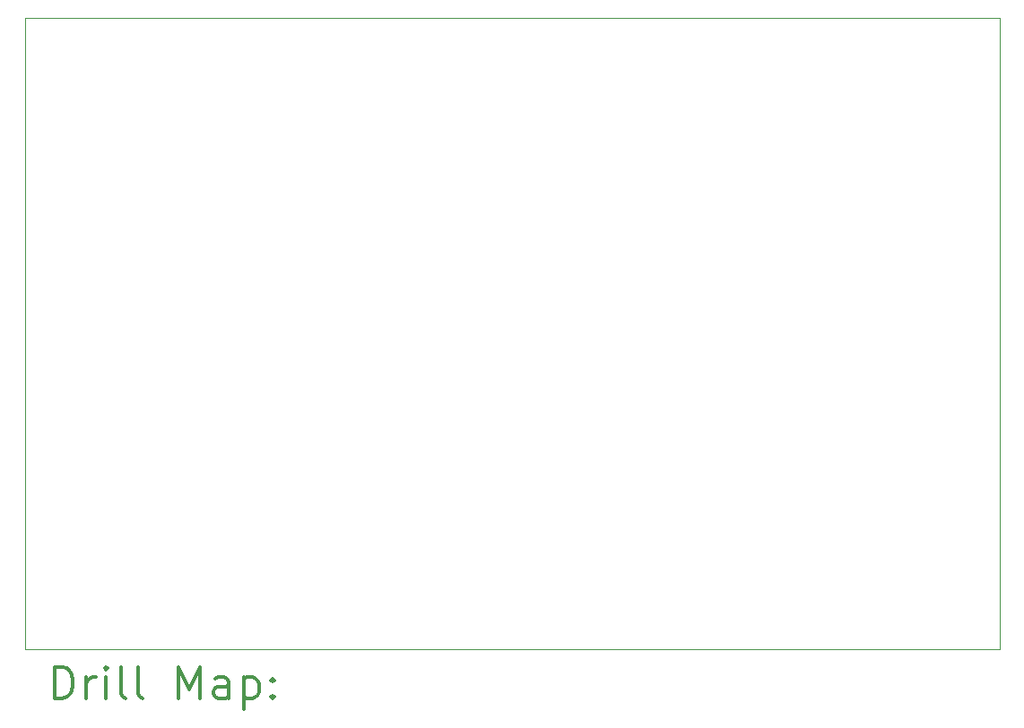
<source format=gbr>
%FSLAX45Y45*%
G04 Gerber Fmt 4.5, Leading zero omitted, Abs format (unit mm)*
G04 Created by KiCad (PCBNEW (5.1.5)-3) date 2020-05-24 17:47:19*
%MOMM*%
%LPD*%
G04 APERTURE LIST*
%TA.AperFunction,Profile*%
%ADD10C,0.050000*%
%TD*%
%ADD11C,0.200000*%
%ADD12C,0.300000*%
G04 APERTURE END LIST*
D10*
X11176000Y-7112000D02*
X20383500Y-7112000D01*
X20383500Y-13081000D02*
X11176000Y-13081000D01*
X11176000Y-7112000D02*
X11176000Y-13081000D01*
X20383500Y-13081000D02*
X20383500Y-7112000D01*
D11*
D12*
X11459928Y-13549214D02*
X11459928Y-13249214D01*
X11531357Y-13249214D01*
X11574214Y-13263500D01*
X11602786Y-13292071D01*
X11617071Y-13320643D01*
X11631357Y-13377786D01*
X11631357Y-13420643D01*
X11617071Y-13477786D01*
X11602786Y-13506357D01*
X11574214Y-13534929D01*
X11531357Y-13549214D01*
X11459928Y-13549214D01*
X11759928Y-13549214D02*
X11759928Y-13349214D01*
X11759928Y-13406357D02*
X11774214Y-13377786D01*
X11788500Y-13363500D01*
X11817071Y-13349214D01*
X11845643Y-13349214D01*
X11945643Y-13549214D02*
X11945643Y-13349214D01*
X11945643Y-13249214D02*
X11931357Y-13263500D01*
X11945643Y-13277786D01*
X11959928Y-13263500D01*
X11945643Y-13249214D01*
X11945643Y-13277786D01*
X12131357Y-13549214D02*
X12102786Y-13534929D01*
X12088500Y-13506357D01*
X12088500Y-13249214D01*
X12288500Y-13549214D02*
X12259928Y-13534929D01*
X12245643Y-13506357D01*
X12245643Y-13249214D01*
X12631357Y-13549214D02*
X12631357Y-13249214D01*
X12731357Y-13463500D01*
X12831357Y-13249214D01*
X12831357Y-13549214D01*
X13102786Y-13549214D02*
X13102786Y-13392071D01*
X13088500Y-13363500D01*
X13059928Y-13349214D01*
X13002786Y-13349214D01*
X12974214Y-13363500D01*
X13102786Y-13534929D02*
X13074214Y-13549214D01*
X13002786Y-13549214D01*
X12974214Y-13534929D01*
X12959928Y-13506357D01*
X12959928Y-13477786D01*
X12974214Y-13449214D01*
X13002786Y-13434929D01*
X13074214Y-13434929D01*
X13102786Y-13420643D01*
X13245643Y-13349214D02*
X13245643Y-13649214D01*
X13245643Y-13363500D02*
X13274214Y-13349214D01*
X13331357Y-13349214D01*
X13359928Y-13363500D01*
X13374214Y-13377786D01*
X13388500Y-13406357D01*
X13388500Y-13492071D01*
X13374214Y-13520643D01*
X13359928Y-13534929D01*
X13331357Y-13549214D01*
X13274214Y-13549214D01*
X13245643Y-13534929D01*
X13517071Y-13520643D02*
X13531357Y-13534929D01*
X13517071Y-13549214D01*
X13502786Y-13534929D01*
X13517071Y-13520643D01*
X13517071Y-13549214D01*
X13517071Y-13363500D02*
X13531357Y-13377786D01*
X13517071Y-13392071D01*
X13502786Y-13377786D01*
X13517071Y-13363500D01*
X13517071Y-13392071D01*
M02*

</source>
